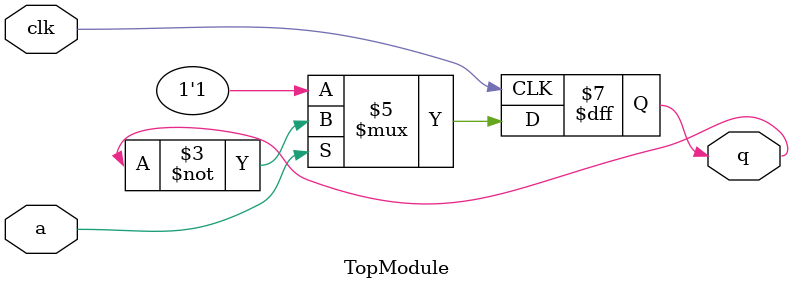
<source format=sv>

module TopModule (
  input clk,
  input a,
  output reg q
);
always @(posedge clk) begin
  if (a == 0) begin
    q <= 1;
  end else begin
    q <= ~q;
  end
end

endmodule

</source>
